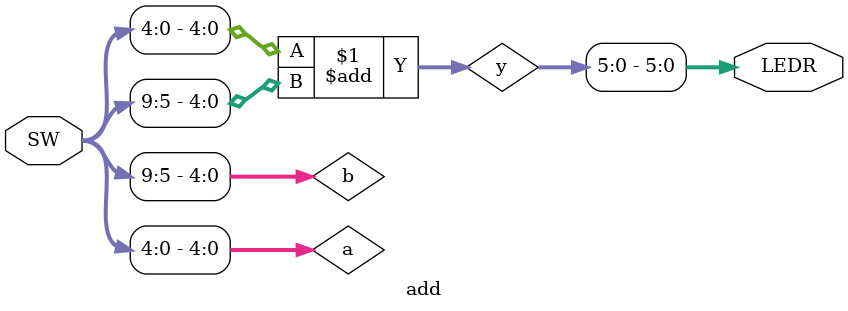
<source format=v>
module add(SW, LEDR);

input   [9:0]   SW;
output  [9:0]   LEDR;

wire [4:0] a;
wire [4:0] b;

wire [5:0] y;

assign a = SW[4:0];
assign b = SW[9:5];

assign y = a + b;

assign LEDR[5:0] = y;

endmodule

</source>
